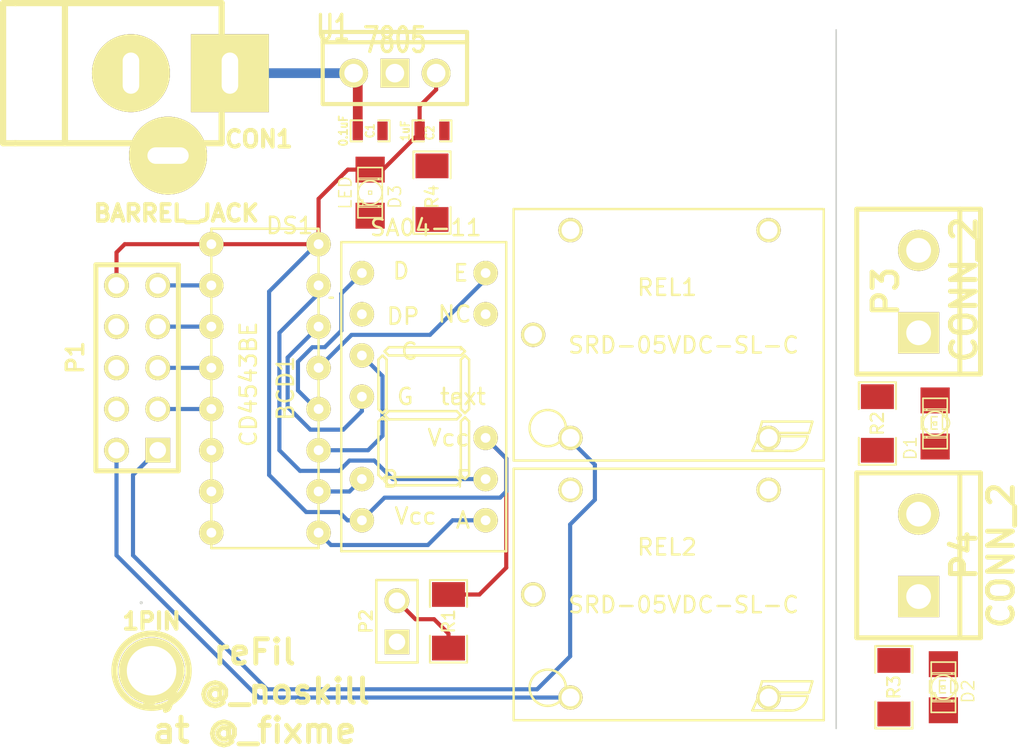
<source format=kicad_pcb>
(kicad_pcb (version 3) (host pcbnew "(2013-may-18)-stable")

  (general
    (links 51)
    (no_connects 27)
    (area 30.397499 24.301499 93.7704 73.31)
    (thickness 1.6)
    (drawings 3)
    (tracks 92)
    (zones 0)
    (modules 20)
    (nets 23)
  )

  (page A3)
  (layers
    (15 F.Cu signal)
    (0 B.Cu signal)
    (16 B.Adhes user)
    (17 F.Adhes user)
    (18 B.Paste user)
    (19 F.Paste user)
    (20 B.SilkS user)
    (21 F.SilkS user)
    (22 B.Mask user)
    (23 F.Mask user)
    (24 Dwgs.User user)
    (25 Cmts.User user)
    (26 Eco1.User user)
    (27 Eco2.User user)
    (28 Edge.Cuts user)
  )

  (setup
    (last_trace_width 0.254)
    (trace_clearance 0.254)
    (zone_clearance 0.508)
    (zone_45_only no)
    (trace_min 0.254)
    (segment_width 0.2)
    (edge_width 0.1)
    (via_size 0.889)
    (via_drill 0.635)
    (via_min_size 0.889)
    (via_min_drill 0.508)
    (uvia_size 0.508)
    (uvia_drill 0.127)
    (uvias_allowed no)
    (uvia_min_size 0.508)
    (uvia_min_drill 0.127)
    (pcb_text_width 0.3)
    (pcb_text_size 1.5 1.5)
    (mod_edge_width 0.15)
    (mod_text_size 1 1)
    (mod_text_width 0.15)
    (pad_size 1.5 1.5)
    (pad_drill 1.1)
    (pad_to_mask_clearance 0)
    (aux_axis_origin 32.258 26.289)
    (visible_elements FFFFFFBF)
    (pcbplotparams
      (layerselection 284196865)
      (usegerberextensions true)
      (excludeedgelayer true)
      (linewidth 0.150000)
      (plotframeref false)
      (viasonmask false)
      (mode 1)
      (useauxorigin false)
      (hpglpennumber 1)
      (hpglpenspeed 20)
      (hpglpendiameter 15)
      (hpglpenoverlay 2)
      (psnegative false)
      (psa4output false)
      (plotreference true)
      (plotvalue true)
      (plotothertext true)
      (plotinvisibletext false)
      (padsonsilk false)
      (subtractmaskfromsilk true)
      (outputformat 1)
      (mirror false)
      (drillshape 0)
      (scaleselection 1)
      (outputdirectory export/))
  )

  (net 0 "")
  (net 1 +24V)
  (net 2 +5V)
  (net 3 A)
  (net 4 B)
  (net 5 C)
  (net 6 D)
  (net 7 GND)
  (net 8 HEAT)
  (net 9 MOTOR)
  (net 10 N-0000010)
  (net 11 N-0000012)
  (net 12 N-0000014)
  (net 13 N-0000015)
  (net 14 N-0000016)
  (net 15 N-0000017)
  (net 16 N-0000018)
  (net 17 N-0000019)
  (net 18 N-0000020)
  (net 19 N-0000023)
  (net 20 N-000006)
  (net 21 N-000007)
  (net 22 TEMP)

  (net_class Default "This is the default net class."
    (clearance 0.254)
    (trace_width 0.254)
    (via_dia 0.889)
    (via_drill 0.635)
    (uvia_dia 0.508)
    (uvia_drill 0.127)
    (add_net "")
    (add_net +5V)
    (add_net A)
    (add_net B)
    (add_net C)
    (add_net D)
    (add_net GND)
    (add_net HEAT)
    (add_net MOTOR)
    (add_net N-0000012)
    (add_net N-0000014)
    (add_net N-0000015)
    (add_net N-0000016)
    (add_net N-0000017)
    (add_net N-0000018)
    (add_net N-0000019)
    (add_net N-0000020)
    (add_net N-0000023)
    (add_net N-000006)
    (add_net TEMP)
  )

  (net_class PWR ""
    (clearance 0.4)
    (trace_width 0.6)
    (via_dia 0.889)
    (via_drill 0.635)
    (uvia_dia 0.508)
    (uvia_drill 0.127)
    (add_net +24V)
    (add_net N-0000010)
    (add_net N-000007)
  )

  (module bornier2 (layer F.Cu) (tedit 57520FE8) (tstamp 576FDC60)
    (at 87.376 58.928 90)
    (descr "Bornier d'alimentation 2 pins")
    (tags DEV)
    (path /5738A2B7)
    (fp_text reference P4 (at 0 2.794 90) (layer F.SilkS)
      (effects (font (size 1.524 1.524) (thickness 0.3048)))
    )
    (fp_text value CONN_2 (at 0 5.08 90) (layer F.SilkS)
      (effects (font (size 1.524 1.524) (thickness 0.3048)))
    )
    (fp_line (start 5.08 2.54) (end -5.08 2.54) (layer F.SilkS) (width 0.3048))
    (fp_line (start 5.08 3.81) (end 5.08 -3.81) (layer F.SilkS) (width 0.3048))
    (fp_line (start 5.08 -3.81) (end -5.08 -3.81) (layer F.SilkS) (width 0.3048))
    (fp_line (start -5.08 -3.81) (end -5.08 3.81) (layer F.SilkS) (width 0.3048))
    (fp_line (start -5.08 3.81) (end 5.08 3.81) (layer F.SilkS) (width 0.3048))
    (pad 1 thru_hole rect (at -2.54 0 90) (size 2.54 2.54) (drill 1.524)
      (layers *.Cu *.Mask F.SilkS)
      (net 21 N-000007)
    )
    (pad 2 thru_hole circle (at 2.54 0 90) (size 2.54 2.54) (drill 1.524)
      (layers *.Cu *.Mask F.SilkS)
      (net 1 +24V)
    )
    (model device/bornier_2.wrl
      (at (xyz 0 0 0))
      (scale (xyz 1 1 1))
      (rotate (xyz 0 0 0))
    )
  )

  (module PIN_ARRAY_5x2 (layer F.Cu) (tedit 3FCF2109) (tstamp 576FDAFA)
    (at 39.243 47.371 90)
    (descr "Double rangee de contacts 2 x 5 pins")
    (tags CONN)
    (path /5745C89B)
    (fp_text reference P1 (at 0.635 -3.81 90) (layer F.SilkS)
      (effects (font (size 1.016 1.016) (thickness 0.2032)))
    )
    (fp_text value CONN_5X2 (at 0 -3.81 90) (layer F.SilkS) hide
      (effects (font (size 1.016 1.016) (thickness 0.2032)))
    )
    (fp_line (start -6.35 -2.54) (end 6.35 -2.54) (layer F.SilkS) (width 0.3048))
    (fp_line (start 6.35 -2.54) (end 6.35 2.54) (layer F.SilkS) (width 0.3048))
    (fp_line (start 6.35 2.54) (end -6.35 2.54) (layer F.SilkS) (width 0.3048))
    (fp_line (start -6.35 2.54) (end -6.35 -2.54) (layer F.SilkS) (width 0.3048))
    (pad 1 thru_hole rect (at -5.08 1.27 90) (size 1.524 1.524) (drill 1.016)
      (layers *.Cu *.Mask F.SilkS)
      (net 8 HEAT)
    )
    (pad 2 thru_hole circle (at -5.08 -1.27 90) (size 1.524 1.524) (drill 1.016)
      (layers *.Cu *.Mask F.SilkS)
      (net 9 MOTOR)
    )
    (pad 3 thru_hole circle (at -2.54 1.27 90) (size 1.524 1.524) (drill 1.016)
      (layers *.Cu *.Mask F.SilkS)
      (net 3 A)
    )
    (pad 4 thru_hole circle (at -2.54 -1.27 90) (size 1.524 1.524) (drill 1.016)
      (layers *.Cu *.Mask F.SilkS)
      (net 22 TEMP)
    )
    (pad 5 thru_hole circle (at 0 1.27 90) (size 1.524 1.524) (drill 1.016)
      (layers *.Cu *.Mask F.SilkS)
      (net 6 D)
    )
    (pad 6 thru_hole circle (at 0 -1.27 90) (size 1.524 1.524) (drill 1.016)
      (layers *.Cu *.Mask F.SilkS)
    )
    (pad 7 thru_hole circle (at 2.54 1.27 90) (size 1.524 1.524) (drill 1.016)
      (layers *.Cu *.Mask F.SilkS)
      (net 4 B)
    )
    (pad 8 thru_hole circle (at 2.54 -1.27 90) (size 1.524 1.524) (drill 1.016)
      (layers *.Cu *.Mask F.SilkS)
      (net 7 GND)
    )
    (pad 9 thru_hole circle (at 5.08 1.27 90) (size 1.524 1.524) (drill 1.016)
      (layers *.Cu *.Mask F.SilkS)
      (net 5 C)
    )
    (pad 10 thru_hole circle (at 5.08 -1.27 90) (size 1.524 1.524) (drill 1.016)
      (layers *.Cu *.Mask F.SilkS)
      (net 2 +5V)
    )
    (model pin_array/pins_array_5x2.wrl
      (at (xyz 0 0 0))
      (scale (xyz 1 1 1))
      (rotate (xyz 0 0 0))
    )
  )

  (module bornier2 (layer F.Cu) (tedit 5773A8D1) (tstamp 576FDC6C)
    (at 87.376 42.672 90)
    (descr "Bornier d'alimentation 2 pins")
    (tags DEV)
    (path /57389704)
    (fp_text reference P3 (at 0 -2.032 90) (layer F.SilkS)
      (effects (font (size 1.524 1.524) (thickness 0.3048)))
    )
    (fp_text value CONN_2 (at 0.127 2.794 90) (layer F.SilkS)
      (effects (font (size 1.524 1.524) (thickness 0.3048)))
    )
    (fp_line (start 5.08 2.54) (end -5.08 2.54) (layer F.SilkS) (width 0.3048))
    (fp_line (start 5.08 3.81) (end 5.08 -3.81) (layer F.SilkS) (width 0.3048))
    (fp_line (start 5.08 -3.81) (end -5.08 -3.81) (layer F.SilkS) (width 0.3048))
    (fp_line (start -5.08 -3.81) (end -5.08 3.81) (layer F.SilkS) (width 0.3048))
    (fp_line (start -5.08 3.81) (end 5.08 3.81) (layer F.SilkS) (width 0.3048))
    (pad 1 thru_hole rect (at -2.54 0 90) (size 2.54 2.54) (drill 1.524)
      (layers *.Cu *.Mask F.SilkS)
      (net 10 N-0000010)
    )
    (pad 2 thru_hole circle (at 2.54 0 90) (size 2.54 2.54) (drill 1.524)
      (layers *.Cu *.Mask F.SilkS)
      (net 1 +24V)
    )
    (model device/bornier_2.wrl
      (at (xyz 0 0 0))
      (scale (xyz 1 1 1))
      (rotate (xyz 0 0 0))
    )
  )

  (module SA03-11 (layer F.Cu) (tedit 575176EA) (tstamp 57517F1A)
    (at 56.896 49.149 180)
    (path /574C347F)
    (fp_text reference DS1 (at 8.255 10.541 180) (layer F.SilkS)
      (effects (font (size 1 1) (thickness 0.15)))
    )
    (fp_text value SA04-11 (at -0.127 10.414 180) (layer F.SilkS)
      (effects (font (size 1 1) (thickness 0.15)))
    )
    (fp_text user Vcc (at 0.508 -7.366 180) (layer F.SilkS)
      (effects (font (size 1 1) (thickness 0.15)))
    )
    (fp_text user B (at 2.032 -5.08 180) (layer F.SilkS)
      (effects (font (size 1 1) (thickness 0.15)))
    )
    (fp_text user G (at 1.143 0 180) (layer F.SilkS)
      (effects (font (size 1 1) (thickness 0.15)))
    )
    (fp_text user C (at 0.889 2.794 180) (layer F.SilkS)
      (effects (font (size 1 1) (thickness 0.15)))
    )
    (fp_text user DP (at 1.27 4.953 180) (layer F.SilkS)
      (effects (font (size 1 1) (thickness 0.15)))
    )
    (fp_text user D (at 1.397 7.747 180) (layer F.SilkS)
      (effects (font (size 1 1) (thickness 0.15)))
    )
    (fp_text user E (at -2.286 7.62 180) (layer F.SilkS)
      (effects (font (size 1 1) (thickness 0.15)))
    )
    (fp_text user NC (at -1.905 5.08 180) (layer F.SilkS)
      (effects (font (size 1 1) (thickness 0.15)))
    )
    (fp_text user text (at -2.413 0 180) (layer F.SilkS)
      (effects (font (size 1 1) (thickness 0.15)))
    )
    (fp_text user Vcc (at -1.524 -2.54 180) (layer F.SilkS)
      (effects (font (size 1 1) (thickness 0.15)))
    )
    (fp_text user F (at -2.413 -5.08 180) (layer F.SilkS)
      (effects (font (size 1 1) (thickness 0.15)))
    )
    (fp_text user A (at -2.413 -7.62 180) (layer F.SilkS)
      (effects (font (size 1 1) (thickness 0.15)))
    )
    (fp_line (start -2.54 -1.27) (end -2.286 -1.524) (layer F.SilkS) (width 0.15))
    (fp_line (start -2.286 -1.524) (end -2.286 -4.826) (layer F.SilkS) (width 0.15))
    (fp_line (start -2.286 -4.826) (end -2.54 -5.08) (layer F.SilkS) (width 0.15))
    (fp_line (start -2.54 -5.08) (end -2.794 -4.826) (layer F.SilkS) (width 0.15))
    (fp_line (start -2.794 -4.826) (end -2.794 -1.524) (layer F.SilkS) (width 0.15))
    (fp_line (start -2.794 -1.524) (end -2.54 -1.27) (layer F.SilkS) (width 0.15))
    (fp_line (start 2.413 -5.207) (end 2.159 -4.953) (layer F.SilkS) (width 0.15))
    (fp_line (start 2.159 -4.953) (end -2.032 -4.953) (layer F.SilkS) (width 0.15))
    (fp_line (start -2.032 -4.953) (end -2.286 -5.207) (layer F.SilkS) (width 0.15))
    (fp_line (start -2.286 -5.207) (end -2.032 -5.461) (layer F.SilkS) (width 0.15))
    (fp_line (start -2.032 -5.461) (end 2.159 -5.461) (layer F.SilkS) (width 0.15))
    (fp_line (start 2.159 -5.461) (end 2.413 -5.207) (layer F.SilkS) (width 0.15))
    (fp_line (start 2.54 -1.27) (end 2.286 -1.524) (layer F.SilkS) (width 0.15))
    (fp_line (start 2.286 -1.524) (end 2.286 -4.826) (layer F.SilkS) (width 0.15))
    (fp_line (start 2.286 -4.826) (end 2.54 -5.08) (layer F.SilkS) (width 0.15))
    (fp_line (start 2.54 -5.08) (end 2.794 -4.826) (layer F.SilkS) (width 0.15))
    (fp_line (start 2.794 -4.826) (end 2.794 -1.524) (layer F.SilkS) (width 0.15))
    (fp_line (start 2.794 -1.524) (end 2.54 -1.27) (layer F.SilkS) (width 0.15))
    (fp_line (start 2.54 -1.27) (end 2.54 -1.397) (layer F.SilkS) (width 0.15))
    (fp_line (start 2.413 -1.143) (end 2.159 -0.889) (layer F.SilkS) (width 0.15))
    (fp_line (start 2.159 -0.889) (end -2.032 -0.889) (layer F.SilkS) (width 0.15))
    (fp_line (start -2.032 -0.889) (end -2.286 -1.143) (layer F.SilkS) (width 0.15))
    (fp_line (start -2.286 -1.143) (end -2.032 -1.397) (layer F.SilkS) (width 0.15))
    (fp_line (start -2.032 -1.397) (end 2.159 -1.397) (layer F.SilkS) (width 0.15))
    (fp_line (start 2.159 -1.397) (end 2.413 -1.143) (layer F.SilkS) (width 0.15))
    (fp_line (start 2.54 2.54) (end 2.286 2.286) (layer F.SilkS) (width 0.15))
    (fp_line (start 2.286 2.286) (end 2.286 -0.762) (layer F.SilkS) (width 0.15))
    (fp_line (start 2.286 -0.762) (end 2.54 -1.016) (layer F.SilkS) (width 0.15))
    (fp_line (start 2.54 -1.016) (end 2.794 -0.762) (layer F.SilkS) (width 0.15))
    (fp_line (start 2.794 -0.762) (end 2.794 2.286) (layer F.SilkS) (width 0.15))
    (fp_line (start 2.794 2.286) (end 2.54 2.54) (layer F.SilkS) (width 0.15))
    (fp_line (start -2.286 2.286) (end -2.286 -0.762) (layer F.SilkS) (width 0.15))
    (fp_line (start -2.286 -0.762) (end -2.54 -1.016) (layer F.SilkS) (width 0.15))
    (fp_line (start -2.54 -1.016) (end -2.794 -0.762) (layer F.SilkS) (width 0.15))
    (fp_line (start -2.794 -0.762) (end -2.794 2.286) (layer F.SilkS) (width 0.15))
    (fp_line (start -2.794 2.286) (end -2.54 2.54) (layer F.SilkS) (width 0.15))
    (fp_line (start -2.54 2.54) (end -2.286 2.286) (layer F.SilkS) (width 0.15))
    (fp_line (start -2.286 3.048) (end -2.54 2.794) (layer F.SilkS) (width 0.15))
    (fp_line (start -2.54 2.794) (end -2.286 2.54) (layer F.SilkS) (width 0.15))
    (fp_line (start -2.286 2.54) (end 2.159 2.54) (layer F.SilkS) (width 0.15))
    (fp_line (start 2.159 2.54) (end 2.413 2.794) (layer F.SilkS) (width 0.15))
    (fp_line (start 2.413 2.794) (end 2.159 3.048) (layer F.SilkS) (width 0.15))
    (fp_line (start 2.159 3.048) (end -2.286 3.048) (layer F.SilkS) (width 0.15))
    (fp_line (start -2.286 3.048) (end -2.286 2.921) (layer F.SilkS) (width 0.15))
    (fp_line (start -5.08 9.525) (end 5.08 9.525) (layer F.SilkS) (width 0.15))
    (fp_line (start 5.08 9.525) (end 5.08 -9.525) (layer F.SilkS) (width 0.15))
    (fp_line (start 5.08 -9.525) (end -5.08 -9.525) (layer F.SilkS) (width 0.15))
    (fp_line (start -5.08 9.525) (end -5.08 -9.525) (layer F.SilkS) (width 0.15))
    (fp_line (start 5.6 6.1) (end 5.8 6.1) (layer F.SilkS) (width 0.15))
    (pad 6 thru_hole circle (at -3.81 5.08 180) (size 1.5 1.5) (drill 0.6)
      (layers *.Cu *.Mask F.SilkS)
    )
    (pad 7 thru_hole circle (at -3.81 7.62 180) (size 1.5 1.5) (drill 0.6)
      (layers *.Cu *.Mask F.SilkS)
      (net 13 N-0000015)
    )
    (pad 3 thru_hole circle (at -3.81 -2.54 180) (size 1.5 1.5) (drill 0.6)
      (layers *.Cu *.Mask F.SilkS)
      (net 2 +5V)
    )
    (pad 2 thru_hole circle (at -3.81 -5.08 180) (size 1.5 1.5) (drill 0.6)
      (layers *.Cu *.Mask F.SilkS)
      (net 12 N-0000014)
    )
    (pad 1 thru_hole circle (at -3.81 -7.62 180) (size 1.5 1.5) (drill 0.6)
      (layers *.Cu *.Mask F.SilkS)
      (net 17 N-0000019)
    )
    (pad 14 thru_hole circle (at 3.81 -7.62 180) (size 1.5 1.5) (drill 0.6)
      (layers *.Cu *.Mask F.SilkS)
      (net 2 +5V)
    )
    (pad 13 thru_hole circle (at 3.81 -5.08 180) (size 1.5 1.5) (drill 0.6)
      (layers *.Cu *.Mask F.SilkS)
      (net 16 N-0000018)
    )
    (pad 11 thru_hole circle (at 3.81 0 180) (size 1.5 1.5) (drill 0.6)
      (layers *.Cu *.Mask F.SilkS)
      (net 11 N-0000012)
    )
    (pad 10 thru_hole circle (at 3.81 2.54 180) (size 1.5 1.5) (drill 0.6)
      (layers *.Cu *.Mask F.SilkS)
      (net 15 N-0000017)
    )
    (pad 9 thru_hole circle (at 3.81 5.08 180) (size 1.5 1.5) (drill 0.6)
      (layers *.Cu *.Mask F.SilkS)
    )
    (pad 8 thru_hole circle (at 3.81 7.62 180) (size 1.5 1.5) (drill 0.6)
      (layers *.Cu *.Mask F.SilkS)
      (net 14 N-0000016)
    )
  )

  (module PIN_ARRAY_2X1 (layer F.Cu) (tedit 4565C520) (tstamp 575052AE)
    (at 55.245 62.992 90)
    (descr "Connecteurs 2 pins")
    (tags "CONN DEV")
    (path /5738678F)
    (fp_text reference P2 (at 0 -1.905 90) (layer F.SilkS)
      (effects (font (size 0.762 0.762) (thickness 0.1524)))
    )
    (fp_text value CONN_2 (at 0 -1.905 90) (layer F.SilkS) hide
      (effects (font (size 0.762 0.762) (thickness 0.1524)))
    )
    (fp_line (start -2.54 1.27) (end -2.54 -1.27) (layer F.SilkS) (width 0.1524))
    (fp_line (start -2.54 -1.27) (end 2.54 -1.27) (layer F.SilkS) (width 0.1524))
    (fp_line (start 2.54 -1.27) (end 2.54 1.27) (layer F.SilkS) (width 0.1524))
    (fp_line (start 2.54 1.27) (end -2.54 1.27) (layer F.SilkS) (width 0.1524))
    (pad 1 thru_hole rect (at -1.27 0 90) (size 1.524 1.524) (drill 1.016)
      (layers *.Cu *.Mask F.SilkS)
      (net 7 GND)
    )
    (pad 2 thru_hole circle (at 1.27 0 90) (size 1.524 1.524) (drill 1.016)
      (layers *.Cu *.Mask F.SilkS)
      (net 22 TEMP)
    )
    (model pin_array/pins_array_2x1.wrl
      (at (xyz 0 0 0))
      (scale (xyz 1 1 1))
      (rotate (xyz 0 0 0))
    )
  )

  (module LM78XXV (layer F.Cu) (tedit 57521015) (tstamp 5752106D)
    (at 55.118 29.21 90)
    (descr "Regulateur TO220 serie LM78xx")
    (tags "TR TO220")
    (path /573C64CB)
    (fp_text reference U1 (at 2.794 -3.81 180) (layer F.SilkS)
      (effects (font (size 1.524 1.016) (thickness 0.2032)))
    )
    (fp_text value 7805 (at 2.032 0 180) (layer F.SilkS)
      (effects (font (size 1.524 1.016) (thickness 0.2032)))
    )
    (fp_line (start 1.905 -4.445) (end 2.54 -4.445) (layer F.SilkS) (width 0.254))
    (fp_line (start 2.54 -4.445) (end 2.54 4.445) (layer F.SilkS) (width 0.254))
    (fp_line (start 2.54 4.445) (end 1.905 4.445) (layer F.SilkS) (width 0.254))
    (fp_line (start -1.905 -4.445) (end 1.905 -4.445) (layer F.SilkS) (width 0.254))
    (fp_line (start 1.905 -4.445) (end 1.905 4.445) (layer F.SilkS) (width 0.254))
    (fp_line (start 1.905 4.445) (end -1.905 4.445) (layer F.SilkS) (width 0.254))
    (fp_line (start -1.905 4.445) (end -1.905 -4.445) (layer F.SilkS) (width 0.254))
    (pad VI thru_hole circle (at 0 -2.54 90) (size 1.778 1.778) (drill 1.143)
      (layers *.Cu *.Mask F.SilkS)
      (net 1 +24V)
    )
    (pad GND thru_hole rect (at 0 0 90) (size 1.778 1.778) (drill 1.143)
      (layers *.Cu *.Mask F.SilkS)
      (net 7 GND)
    )
    (pad VO thru_hole circle (at 0 2.54 90) (size 1.778 1.778) (drill 1.143)
      (layers *.Cu *.Mask F.SilkS)
      (net 2 +5V)
    )
  )

  (module JACK_ALIM (layer F.Cu) (tedit 57713913) (tstamp 575026CE)
    (at 38.862 29.21)
    (descr "module 1 pin (ou trou mecanique de percage)")
    (tags "CONN JACK")
    (path /573C64BC)
    (fp_text reference CON1 (at 7.874 4.064) (layer F.SilkS)
      (effects (font (size 1.016 1.016) (thickness 0.254)))
    )
    (fp_text value BARREL_JACK (at 2.794 8.636) (layer F.SilkS)
      (effects (font (size 1.016 1.016) (thickness 0.254)))
    )
    (fp_line (start -7.112 -4.318) (end -7.874 -4.318) (layer F.SilkS) (width 0.381))
    (fp_line (start -7.874 -4.318) (end -7.874 4.318) (layer F.SilkS) (width 0.381))
    (fp_line (start -7.874 4.318) (end -7.112 4.318) (layer F.SilkS) (width 0.381))
    (fp_line (start -4.064 -4.318) (end -4.064 4.318) (layer F.SilkS) (width 0.381))
    (fp_line (start 5.588 -4.318) (end 5.588 4.318) (layer F.SilkS) (width 0.381))
    (fp_line (start -7.112 4.318) (end 5.588 4.318) (layer F.SilkS) (width 0.381))
    (fp_line (start -7.112 -4.318) (end 5.588 -4.318) (layer F.SilkS) (width 0.381))
    (pad 2 thru_hole circle (at 0 0) (size 4.8006 4.8006) (drill oval 1.016 2.54)
      (layers *.Cu *.Mask F.SilkS)
      (net 7 GND)
    )
    (pad 1 thru_hole rect (at 6.096 0) (size 4.8006 4.8006) (drill oval 1.016 2.54)
      (layers *.Cu *.Mask F.SilkS)
      (net 1 +24V)
    )
    (pad 3 thru_hole circle (at 2.286 5.08) (size 4.8006 4.8006) (drill oval 2.54 1.016)
      (layers *.Cu *.Mask F.SilkS)
      (net 7 GND)
    )
    (model connectors/POWER_21.wrl
      (at (xyz 0 0 0))
      (scale (xyz 0.8 0.8 0.8))
      (rotate (xyz 0 0 0))
    )
  )

  (module CD4543BE (layer F.Cu) (tedit 57517396) (tstamp 574C4AB8)
    (at 47.117 48.641 270)
    (path /57385905)
    (fp_text reference BCD1 (at 0 -1.27 270) (layer F.SilkS)
      (effects (font (size 1 1) (thickness 0.15)))
    )
    (fp_text value CD4543BE (at -0.254 1.016 270) (layer F.SilkS)
      (effects (font (size 1 1) (thickness 0.15)))
    )
    (fp_line (start -9.8425 -3.302) (end -9.8425 3.302) (layer F.SilkS) (width 0.15))
    (fp_line (start -9.8425 3.302) (end 9.8425 3.302) (layer F.SilkS) (width 0.15))
    (fp_line (start 9.8425 3.302) (end 9.8425 -3.302) (layer F.SilkS) (width 0.15))
    (fp_line (start 9.8425 -3.302) (end -9.779 -3.302) (layer F.SilkS) (width 0.15))
    (pad 1 thru_hole circle (at -8.89 3.302 270) (size 1.5 1.5) (drill 0.6)
      (layers *.Cu *.Mask F.SilkS)
      (net 2 +5V)
    )
    (pad 2 thru_hole circle (at -6.35 3.302 270) (size 1.5 1.5) (drill 0.6)
      (layers *.Cu *.Mask F.SilkS)
      (net 5 C)
    )
    (pad 3 thru_hole circle (at -3.81 3.302 270) (size 1.5 1.5) (drill 0.6)
      (layers *.Cu *.Mask F.SilkS)
      (net 4 B)
    )
    (pad 4 thru_hole circle (at -1.27 3.302 270) (size 1.5 1.5) (drill 0.6)
      (layers *.Cu *.Mask F.SilkS)
      (net 6 D)
    )
    (pad 5 thru_hole circle (at 1.27 3.302 270) (size 1.5 1.5) (drill 0.6)
      (layers *.Cu *.Mask F.SilkS)
      (net 3 A)
    )
    (pad 7 thru_hole circle (at 6.35 3.302 270) (size 1.5 1.5) (drill 0.6)
      (layers *.Cu *.Mask F.SilkS)
      (net 7 GND)
    )
    (pad 8 thru_hole circle (at 8.89 3.302 270) (size 1.5 1.5) (drill 0.6)
      (layers *.Cu *.Mask F.SilkS)
      (net 7 GND)
    )
    (pad 9 thru_hole circle (at 8.89 -3.302 270) (size 1.5 1.5) (drill 0.6)
      (layers *.Cu *.Mask F.SilkS)
      (net 17 N-0000019)
    )
    (pad 10 thru_hole circle (at 6.35 -3.302 270) (size 1.5 1.5) (drill 0.6)
      (layers *.Cu *.Mask F.SilkS)
      (net 16 N-0000018)
    )
    (pad 11 thru_hole circle (at 3.81 -3.302 270) (size 1.5 1.5) (drill 0.6)
      (layers *.Cu *.Mask F.SilkS)
      (net 15 N-0000017)
    )
    (pad 12 thru_hole circle (at 1.27 -3.302 270) (size 1.5 1.5) (drill 0.6)
      (layers *.Cu *.Mask F.SilkS)
      (net 14 N-0000016)
    )
    (pad 13 thru_hole circle (at -1.27 -3.302 270) (size 1.5 1.5) (drill 0.6)
      (layers *.Cu *.Mask F.SilkS)
      (net 13 N-0000015)
    )
    (pad 14 thru_hole circle (at -3.81 -3.302 270) (size 1.5 1.5) (drill 0.6)
      (layers *.Cu *.Mask F.SilkS)
      (net 11 N-0000012)
    )
    (pad 15 thru_hole circle (at -6.35 -3.302 270) (size 1.5 1.5) (drill 0.6)
      (layers *.Cu *.Mask F.SilkS)
      (net 12 N-0000014)
    )
    (pad 16 thru_hole circle (at -8.89 -3.302 270) (size 1.5 1.5) (drill 0.6)
      (layers *.Cu *.Mask F.SilkS)
      (net 2 +5V)
    )
    (pad 6 thru_hole circle (at 3.81 3.302 270) (size 1.5 1.5) (drill 0.6)
      (layers *.Cu *.Mask F.SilkS)
    )
  )

  (module SM1206 (layer F.Cu) (tedit 5773A7B7) (tstamp 5751840F)
    (at 84.836 50.8 90)
    (path /574F63F0)
    (attr smd)
    (fp_text reference R2 (at 0 0 90) (layer F.SilkS)
      (effects (font (size 0.762 0.762) (thickness 0.127)))
    )
    (fp_text value 18k (at 0 0 90) (layer F.SilkS) hide
      (effects (font (size 0.762 0.762) (thickness 0.127)))
    )
    (fp_line (start -2.54 -1.143) (end -2.54 1.143) (layer F.SilkS) (width 0.127))
    (fp_line (start -2.54 1.143) (end -0.889 1.143) (layer F.SilkS) (width 0.127))
    (fp_line (start 0.889 -1.143) (end 2.54 -1.143) (layer F.SilkS) (width 0.127))
    (fp_line (start 2.54 -1.143) (end 2.54 1.143) (layer F.SilkS) (width 0.127))
    (fp_line (start 2.54 1.143) (end 0.889 1.143) (layer F.SilkS) (width 0.127))
    (fp_line (start -0.889 -1.143) (end -2.54 -1.143) (layer F.SilkS) (width 0.127))
    (pad 1 smd rect (at -1.651 0 90) (size 1.524 2.032)
      (layers F.Cu F.Paste F.Mask)
      (net 20 N-000006)
    )
    (pad 2 smd rect (at 1.651 0 90) (size 1.524 2.032)
      (layers F.Cu F.Paste F.Mask)
      (net 7 GND)
    )
    (model smd/chip_cms.wrl
      (at (xyz 0 0 0))
      (scale (xyz 0.17 0.16 0.16))
      (rotate (xyz 0 0 0))
    )
  )

  (module SM1206 (layer F.Cu) (tedit 57516DDC) (tstamp 576FDCA4)
    (at 85.852 67.056 90)
    (path /575002A7)
    (attr smd)
    (fp_text reference R3 (at 0 0 90) (layer F.SilkS)
      (effects (font (size 0.762 0.762) (thickness 0.127)))
    )
    (fp_text value 18k (at 0 0 90) (layer F.SilkS) hide
      (effects (font (size 0.762 0.762) (thickness 0.127)))
    )
    (fp_line (start -2.54 -1.143) (end -2.54 1.143) (layer F.SilkS) (width 0.127))
    (fp_line (start -2.54 1.143) (end -0.889 1.143) (layer F.SilkS) (width 0.127))
    (fp_line (start 0.889 -1.143) (end 2.54 -1.143) (layer F.SilkS) (width 0.127))
    (fp_line (start 2.54 -1.143) (end 2.54 1.143) (layer F.SilkS) (width 0.127))
    (fp_line (start 2.54 1.143) (end 0.889 1.143) (layer F.SilkS) (width 0.127))
    (fp_line (start -0.889 -1.143) (end -2.54 -1.143) (layer F.SilkS) (width 0.127))
    (pad 1 smd rect (at -1.651 0 90) (size 1.524 2.032)
      (layers F.Cu F.Paste F.Mask)
      (net 18 N-0000020)
    )
    (pad 2 smd rect (at 1.651 0 90) (size 1.524 2.032)
      (layers F.Cu F.Paste F.Mask)
      (net 7 GND)
    )
    (model smd/chip_cms.wrl
      (at (xyz 0 0 0))
      (scale (xyz 0.17 0.16 0.16))
      (rotate (xyz 0 0 0))
    )
  )

  (module SM1206 (layer F.Cu) (tedit 5751755B) (tstamp 57518402)
    (at 57.404 36.576 90)
    (path /575002BF)
    (attr smd)
    (fp_text reference R4 (at -0.254 0 90) (layer F.SilkS)
      (effects (font (size 0.762 0.762) (thickness 0.127)))
    )
    (fp_text value 18k (at 0 0 90) (layer F.SilkS) hide
      (effects (font (size 0.762 0.762) (thickness 0.127)))
    )
    (fp_line (start -2.54 -1.143) (end -2.54 1.143) (layer F.SilkS) (width 0.127))
    (fp_line (start -2.54 1.143) (end -0.889 1.143) (layer F.SilkS) (width 0.127))
    (fp_line (start 0.889 -1.143) (end 2.54 -1.143) (layer F.SilkS) (width 0.127))
    (fp_line (start 2.54 -1.143) (end 2.54 1.143) (layer F.SilkS) (width 0.127))
    (fp_line (start 2.54 1.143) (end 0.889 1.143) (layer F.SilkS) (width 0.127))
    (fp_line (start -0.889 -1.143) (end -2.54 -1.143) (layer F.SilkS) (width 0.127))
    (pad 1 smd rect (at -1.651 0 90) (size 1.524 2.032)
      (layers F.Cu F.Paste F.Mask)
      (net 19 N-0000023)
    )
    (pad 2 smd rect (at 1.651 0 90) (size 1.524 2.032)
      (layers F.Cu F.Paste F.Mask)
      (net 7 GND)
    )
    (model smd/chip_cms.wrl
      (at (xyz 0 0 0))
      (scale (xyz 0.17 0.16 0.16))
      (rotate (xyz 0 0 0))
    )
  )

  (module LED-1206 (layer F.Cu) (tedit 5773A8DA) (tstamp 575210FD)
    (at 88.392 50.8 90)
    (descr "LED 1206 smd package")
    (tags "LED1206 SMD")
    (path /574F63E1)
    (attr smd)
    (fp_text reference D1 (at -1.524 -1.524 90) (layer F.SilkS)
      (effects (font (size 0.762 0.762) (thickness 0.0889)))
    )
    (fp_text value LED (at 0 0 180) (layer F.SilkS)
      (effects (font (size 0.762 0.762) (thickness 0.0889)))
    )
    (fp_line (start -0.09906 0.09906) (end 0.09906 0.09906) (layer F.SilkS) (width 0.06604))
    (fp_line (start 0.09906 0.09906) (end 0.09906 -0.09906) (layer F.SilkS) (width 0.06604))
    (fp_line (start -0.09906 -0.09906) (end 0.09906 -0.09906) (layer F.SilkS) (width 0.06604))
    (fp_line (start -0.09906 0.09906) (end -0.09906 -0.09906) (layer F.SilkS) (width 0.06604))
    (fp_line (start 0.44958 0.6985) (end 0.79756 0.6985) (layer F.SilkS) (width 0.06604))
    (fp_line (start 0.79756 0.6985) (end 0.79756 0.44958) (layer F.SilkS) (width 0.06604))
    (fp_line (start 0.44958 0.44958) (end 0.79756 0.44958) (layer F.SilkS) (width 0.06604))
    (fp_line (start 0.44958 0.6985) (end 0.44958 0.44958) (layer F.SilkS) (width 0.06604))
    (fp_line (start 0.79756 0.6985) (end 0.89916 0.6985) (layer F.SilkS) (width 0.06604))
    (fp_line (start 0.89916 0.6985) (end 0.89916 -0.49784) (layer F.SilkS) (width 0.06604))
    (fp_line (start 0.79756 -0.49784) (end 0.89916 -0.49784) (layer F.SilkS) (width 0.06604))
    (fp_line (start 0.79756 0.6985) (end 0.79756 -0.49784) (layer F.SilkS) (width 0.06604))
    (fp_line (start 0.79756 -0.54864) (end 0.89916 -0.54864) (layer F.SilkS) (width 0.06604))
    (fp_line (start 0.89916 -0.54864) (end 0.89916 -0.6985) (layer F.SilkS) (width 0.06604))
    (fp_line (start 0.79756 -0.6985) (end 0.89916 -0.6985) (layer F.SilkS) (width 0.06604))
    (fp_line (start 0.79756 -0.54864) (end 0.79756 -0.6985) (layer F.SilkS) (width 0.06604))
    (fp_line (start -0.89916 0.6985) (end -0.79756 0.6985) (layer F.SilkS) (width 0.06604))
    (fp_line (start -0.79756 0.6985) (end -0.79756 -0.49784) (layer F.SilkS) (width 0.06604))
    (fp_line (start -0.89916 -0.49784) (end -0.79756 -0.49784) (layer F.SilkS) (width 0.06604))
    (fp_line (start -0.89916 0.6985) (end -0.89916 -0.49784) (layer F.SilkS) (width 0.06604))
    (fp_line (start -0.89916 -0.54864) (end -0.79756 -0.54864) (layer F.SilkS) (width 0.06604))
    (fp_line (start -0.79756 -0.54864) (end -0.79756 -0.6985) (layer F.SilkS) (width 0.06604))
    (fp_line (start -0.89916 -0.6985) (end -0.79756 -0.6985) (layer F.SilkS) (width 0.06604))
    (fp_line (start -0.89916 -0.54864) (end -0.89916 -0.6985) (layer F.SilkS) (width 0.06604))
    (fp_line (start 0.44958 0.6985) (end 0.59944 0.6985) (layer F.SilkS) (width 0.06604))
    (fp_line (start 0.59944 0.6985) (end 0.59944 0.44958) (layer F.SilkS) (width 0.06604))
    (fp_line (start 0.44958 0.44958) (end 0.59944 0.44958) (layer F.SilkS) (width 0.06604))
    (fp_line (start 0.44958 0.6985) (end 0.44958 0.44958) (layer F.SilkS) (width 0.06604))
    (fp_line (start 1.5494 0.7493) (end -1.5494 0.7493) (layer F.SilkS) (width 0.1016))
    (fp_line (start -1.5494 0.7493) (end -1.5494 -0.7493) (layer F.SilkS) (width 0.1016))
    (fp_line (start -1.5494 -0.7493) (end 1.5494 -0.7493) (layer F.SilkS) (width 0.1016))
    (fp_line (start 1.5494 -0.7493) (end 1.5494 0.7493) (layer F.SilkS) (width 0.1016))
    (fp_arc (start 0 0) (end 0.54864 0.49784) (angle 95.4) (layer F.SilkS) (width 0.1016))
    (fp_arc (start 0 0) (end -0.54864 0.49784) (angle 84.5) (layer F.SilkS) (width 0.1016))
    (fp_arc (start 0 0) (end -0.54864 -0.49784) (angle 95.4) (layer F.SilkS) (width 0.1016))
    (fp_arc (start 0 0) (end 0.54864 -0.49784) (angle 84.5) (layer F.SilkS) (width 0.1016))
    (pad 1 smd rect (at -1.41986 0 90) (size 1.59766 1.80086)
      (layers F.Cu F.Paste F.Mask)
      (net 8 HEAT)
    )
    (pad 2 smd rect (at 1.41986 0 90) (size 1.59766 1.80086)
      (layers F.Cu F.Paste F.Mask)
      (net 20 N-000006)
    )
  )

  (module LED-1206 (layer F.Cu) (tedit 5773A8BC) (tstamp 576FDC97)
    (at 88.9 67.056 270)
    (descr "LED 1206 smd package")
    (tags "LED1206 SMD")
    (path /575002A1)
    (attr smd)
    (fp_text reference D2 (at 0.254 -1.524 270) (layer F.SilkS)
      (effects (font (size 0.762 0.762) (thickness 0.0889)))
    )
    (fp_text value LED (at 0 0 360) (layer F.SilkS)
      (effects (font (size 0.762 0.762) (thickness 0.0889)))
    )
    (fp_line (start -0.09906 0.09906) (end 0.09906 0.09906) (layer F.SilkS) (width 0.06604))
    (fp_line (start 0.09906 0.09906) (end 0.09906 -0.09906) (layer F.SilkS) (width 0.06604))
    (fp_line (start -0.09906 -0.09906) (end 0.09906 -0.09906) (layer F.SilkS) (width 0.06604))
    (fp_line (start -0.09906 0.09906) (end -0.09906 -0.09906) (layer F.SilkS) (width 0.06604))
    (fp_line (start 0.44958 0.6985) (end 0.79756 0.6985) (layer F.SilkS) (width 0.06604))
    (fp_line (start 0.79756 0.6985) (end 0.79756 0.44958) (layer F.SilkS) (width 0.06604))
    (fp_line (start 0.44958 0.44958) (end 0.79756 0.44958) (layer F.SilkS) (width 0.06604))
    (fp_line (start 0.44958 0.6985) (end 0.44958 0.44958) (layer F.SilkS) (width 0.06604))
    (fp_line (start 0.79756 0.6985) (end 0.89916 0.6985) (layer F.SilkS) (width 0.06604))
    (fp_line (start 0.89916 0.6985) (end 0.89916 -0.49784) (layer F.SilkS) (width 0.06604))
    (fp_line (start 0.79756 -0.49784) (end 0.89916 -0.49784) (layer F.SilkS) (width 0.06604))
    (fp_line (start 0.79756 0.6985) (end 0.79756 -0.49784) (layer F.SilkS) (width 0.06604))
    (fp_line (start 0.79756 -0.54864) (end 0.89916 -0.54864) (layer F.SilkS) (width 0.06604))
    (fp_line (start 0.89916 -0.54864) (end 0.89916 -0.6985) (layer F.SilkS) (width 0.06604))
    (fp_line (start 0.79756 -0.6985) (end 0.89916 -0.6985) (layer F.SilkS) (width 0.06604))
    (fp_line (start 0.79756 -0.54864) (end 0.79756 -0.6985) (layer F.SilkS) (width 0.06604))
    (fp_line (start -0.89916 0.6985) (end -0.79756 0.6985) (layer F.SilkS) (width 0.06604))
    (fp_line (start -0.79756 0.6985) (end -0.79756 -0.49784) (layer F.SilkS) (width 0.06604))
    (fp_line (start -0.89916 -0.49784) (end -0.79756 -0.49784) (layer F.SilkS) (width 0.06604))
    (fp_line (start -0.89916 0.6985) (end -0.89916 -0.49784) (layer F.SilkS) (width 0.06604))
    (fp_line (start -0.89916 -0.54864) (end -0.79756 -0.54864) (layer F.SilkS) (width 0.06604))
    (fp_line (start -0.79756 -0.54864) (end -0.79756 -0.6985) (layer F.SilkS) (width 0.06604))
    (fp_line (start -0.89916 -0.6985) (end -0.79756 -0.6985) (layer F.SilkS) (width 0.06604))
    (fp_line (start -0.89916 -0.54864) (end -0.89916 -0.6985) (layer F.SilkS) (width 0.06604))
    (fp_line (start 0.44958 0.6985) (end 0.59944 0.6985) (layer F.SilkS) (width 0.06604))
    (fp_line (start 0.59944 0.6985) (end 0.59944 0.44958) (layer F.SilkS) (width 0.06604))
    (fp_line (start 0.44958 0.44958) (end 0.59944 0.44958) (layer F.SilkS) (width 0.06604))
    (fp_line (start 0.44958 0.6985) (end 0.44958 0.44958) (layer F.SilkS) (width 0.06604))
    (fp_line (start 1.5494 0.7493) (end -1.5494 0.7493) (layer F.SilkS) (width 0.1016))
    (fp_line (start -1.5494 0.7493) (end -1.5494 -0.7493) (layer F.SilkS) (width 0.1016))
    (fp_line (start -1.5494 -0.7493) (end 1.5494 -0.7493) (layer F.SilkS) (width 0.1016))
    (fp_line (start 1.5494 -0.7493) (end 1.5494 0.7493) (layer F.SilkS) (width 0.1016))
    (fp_arc (start 0 0) (end 0.54864 0.49784) (angle 95.4) (layer F.SilkS) (width 0.1016))
    (fp_arc (start 0 0) (end -0.54864 0.49784) (angle 84.5) (layer F.SilkS) (width 0.1016))
    (fp_arc (start 0 0) (end -0.54864 -0.49784) (angle 95.4) (layer F.SilkS) (width 0.1016))
    (fp_arc (start 0 0) (end 0.54864 -0.49784) (angle 84.5) (layer F.SilkS) (width 0.1016))
    (pad 1 smd rect (at -1.41986 0 270) (size 1.59766 1.80086)
      (layers F.Cu F.Paste F.Mask)
      (net 9 MOTOR)
    )
    (pad 2 smd rect (at 1.41986 0 270) (size 1.59766 1.80086)
      (layers F.Cu F.Paste F.Mask)
      (net 18 N-0000020)
    )
  )

  (module LED-1206 (layer F.Cu) (tedit 49BFA1FF) (tstamp 575183F5)
    (at 53.594 36.576 270)
    (descr "LED 1206 smd package")
    (tags "LED1206 SMD")
    (path /575002B9)
    (attr smd)
    (fp_text reference D3 (at 0.254 -1.524 270) (layer F.SilkS)
      (effects (font (size 0.762 0.762) (thickness 0.0889)))
    )
    (fp_text value LED (at 0 1.524 270) (layer F.SilkS)
      (effects (font (size 0.762 0.762) (thickness 0.0889)))
    )
    (fp_line (start -0.09906 0.09906) (end 0.09906 0.09906) (layer F.SilkS) (width 0.06604))
    (fp_line (start 0.09906 0.09906) (end 0.09906 -0.09906) (layer F.SilkS) (width 0.06604))
    (fp_line (start -0.09906 -0.09906) (end 0.09906 -0.09906) (layer F.SilkS) (width 0.06604))
    (fp_line (start -0.09906 0.09906) (end -0.09906 -0.09906) (layer F.SilkS) (width 0.06604))
    (fp_line (start 0.44958 0.6985) (end 0.79756 0.6985) (layer F.SilkS) (width 0.06604))
    (fp_line (start 0.79756 0.6985) (end 0.79756 0.44958) (layer F.SilkS) (width 0.06604))
    (fp_line (start 0.44958 0.44958) (end 0.79756 0.44958) (layer F.SilkS) (width 0.06604))
    (fp_line (start 0.44958 0.6985) (end 0.44958 0.44958) (layer F.SilkS) (width 0.06604))
    (fp_line (start 0.79756 0.6985) (end 0.89916 0.6985) (layer F.SilkS) (width 0.06604))
    (fp_line (start 0.89916 0.6985) (end 0.89916 -0.49784) (layer F.SilkS) (width 0.06604))
    (fp_line (start 0.79756 -0.49784) (end 0.89916 -0.49784) (layer F.SilkS) (width 0.06604))
    (fp_line (start 0.79756 0.6985) (end 0.79756 -0.49784) (layer F.SilkS) (width 0.06604))
    (fp_line (start 0.79756 -0.54864) (end 0.89916 -0.54864) (layer F.SilkS) (width 0.06604))
    (fp_line (start 0.89916 -0.54864) (end 0.89916 -0.6985) (layer F.SilkS) (width 0.06604))
    (fp_line (start 0.79756 -0.6985) (end 0.89916 -0.6985) (layer F.SilkS) (width 0.06604))
    (fp_line (start 0.79756 -0.54864) (end 0.79756 -0.6985) (layer F.SilkS) (width 0.06604))
    (fp_line (start -0.89916 0.6985) (end -0.79756 0.6985) (layer F.SilkS) (width 0.06604))
    (fp_line (start -0.79756 0.6985) (end -0.79756 -0.49784) (layer F.SilkS) (width 0.06604))
    (fp_line (start -0.89916 -0.49784) (end -0.79756 -0.49784) (layer F.SilkS) (width 0.06604))
    (fp_line (start -0.89916 0.6985) (end -0.89916 -0.49784) (layer F.SilkS) (width 0.06604))
    (fp_line (start -0.89916 -0.54864) (end -0.79756 -0.54864) (layer F.SilkS) (width 0.06604))
    (fp_line (start -0.79756 -0.54864) (end -0.79756 -0.6985) (layer F.SilkS) (width 0.06604))
    (fp_line (start -0.89916 -0.6985) (end -0.79756 -0.6985) (layer F.SilkS) (width 0.06604))
    (fp_line (start -0.89916 -0.54864) (end -0.89916 -0.6985) (layer F.SilkS) (width 0.06604))
    (fp_line (start 0.44958 0.6985) (end 0.59944 0.6985) (layer F.SilkS) (width 0.06604))
    (fp_line (start 0.59944 0.6985) (end 0.59944 0.44958) (layer F.SilkS) (width 0.06604))
    (fp_line (start 0.44958 0.44958) (end 0.59944 0.44958) (layer F.SilkS) (width 0.06604))
    (fp_line (start 0.44958 0.6985) (end 0.44958 0.44958) (layer F.SilkS) (width 0.06604))
    (fp_line (start 1.5494 0.7493) (end -1.5494 0.7493) (layer F.SilkS) (width 0.1016))
    (fp_line (start -1.5494 0.7493) (end -1.5494 -0.7493) (layer F.SilkS) (width 0.1016))
    (fp_line (start -1.5494 -0.7493) (end 1.5494 -0.7493) (layer F.SilkS) (width 0.1016))
    (fp_line (start 1.5494 -0.7493) (end 1.5494 0.7493) (layer F.SilkS) (width 0.1016))
    (fp_arc (start 0 0) (end 0.54864 0.49784) (angle 95.4) (layer F.SilkS) (width 0.1016))
    (fp_arc (start 0 0) (end -0.54864 0.49784) (angle 84.5) (layer F.SilkS) (width 0.1016))
    (fp_arc (start 0 0) (end -0.54864 -0.49784) (angle 95.4) (layer F.SilkS) (width 0.1016))
    (fp_arc (start 0 0) (end 0.54864 -0.49784) (angle 84.5) (layer F.SilkS) (width 0.1016))
    (pad 1 smd rect (at -1.41986 0 270) (size 1.59766 1.80086)
      (layers F.Cu F.Paste F.Mask)
      (net 2 +5V)
    )
    (pad 2 smd rect (at 1.41986 0 270) (size 1.59766 1.80086)
      (layers F.Cu F.Paste F.Mask)
      (net 19 N-0000023)
    )
  )

  (module SM1206 (layer F.Cu) (tedit 5773A67F) (tstamp 5751CB9C)
    (at 58.42 62.992 270)
    (path /57386780)
    (attr smd)
    (fp_text reference R1 (at 0 0 270) (layer F.SilkS)
      (effects (font (size 0.762 0.762) (thickness 0.127)))
    )
    (fp_text value 10K (at 0 0 270) (layer F.SilkS) hide
      (effects (font (size 0.762 0.762) (thickness 0.127)))
    )
    (fp_line (start -2.54 -1.143) (end -2.54 1.143) (layer F.SilkS) (width 0.127))
    (fp_line (start -2.54 1.143) (end -0.889 1.143) (layer F.SilkS) (width 0.127))
    (fp_line (start 0.889 -1.143) (end 2.54 -1.143) (layer F.SilkS) (width 0.127))
    (fp_line (start 2.54 -1.143) (end 2.54 1.143) (layer F.SilkS) (width 0.127))
    (fp_line (start 2.54 1.143) (end 0.889 1.143) (layer F.SilkS) (width 0.127))
    (fp_line (start -0.889 -1.143) (end -2.54 -1.143) (layer F.SilkS) (width 0.127))
    (pad 1 smd rect (at -1.651 0 270) (size 1.524 2.032)
      (layers F.Cu F.Paste F.Mask)
      (net 2 +5V)
    )
    (pad 2 smd rect (at 1.651 0 270) (size 1.524 2.032)
      (layers F.Cu F.Paste F.Mask)
      (net 22 TEMP)
    )
    (model smd/chip_cms.wrl
      (at (xyz 0 0 0))
      (scale (xyz 0.17 0.16 0.16))
      (rotate (xyz 0 0 0))
    )
  )

  (module SM0603_Capa (layer F.Cu) (tedit 5051B1EC) (tstamp 575054EB)
    (at 53.594 32.766)
    (path /574FF490)
    (attr smd)
    (fp_text reference C1 (at 0 0 90) (layer F.SilkS)
      (effects (font (size 0.508 0.4572) (thickness 0.1143)))
    )
    (fp_text value 0.1uF (at -1.651 0 90) (layer F.SilkS)
      (effects (font (size 0.508 0.4572) (thickness 0.1143)))
    )
    (fp_line (start 0.50038 0.65024) (end 1.19888 0.65024) (layer F.SilkS) (width 0.11938))
    (fp_line (start -0.50038 0.65024) (end -1.19888 0.65024) (layer F.SilkS) (width 0.11938))
    (fp_line (start 0.50038 -0.65024) (end 1.19888 -0.65024) (layer F.SilkS) (width 0.11938))
    (fp_line (start -1.19888 -0.65024) (end -0.50038 -0.65024) (layer F.SilkS) (width 0.11938))
    (fp_line (start 1.19888 -0.635) (end 1.19888 0.635) (layer F.SilkS) (width 0.11938))
    (fp_line (start -1.19888 0.635) (end -1.19888 -0.635) (layer F.SilkS) (width 0.11938))
    (pad 1 smd rect (at -0.762 0) (size 0.635 1.143)
      (layers F.Cu F.Paste F.Mask)
      (net 1 +24V)
    )
    (pad 2 smd rect (at 0.762 0) (size 0.635 1.143)
      (layers F.Cu F.Paste F.Mask)
      (net 7 GND)
    )
    (model smd\capacitors\C0603.wrl
      (at (xyz 0 0 0.001))
      (scale (xyz 0.5 0.5 0.5))
      (rotate (xyz 0 0 0))
    )
  )

  (module SM0603_Capa (layer F.Cu) (tedit 5751760A) (tstamp 574C359B)
    (at 57.404 32.766)
    (path /573C653E)
    (attr smd)
    (fp_text reference C2 (at -0.127 0.127 90) (layer F.SilkS)
      (effects (font (size 0.508 0.4572) (thickness 0.1143)))
    )
    (fp_text value 1uF (at -1.651 0 90) (layer F.SilkS)
      (effects (font (size 0.508 0.4572) (thickness 0.1143)))
    )
    (fp_line (start 0.50038 0.65024) (end 1.19888 0.65024) (layer F.SilkS) (width 0.11938))
    (fp_line (start -0.50038 0.65024) (end -1.19888 0.65024) (layer F.SilkS) (width 0.11938))
    (fp_line (start 0.50038 -0.65024) (end 1.19888 -0.65024) (layer F.SilkS) (width 0.11938))
    (fp_line (start -1.19888 -0.65024) (end -0.50038 -0.65024) (layer F.SilkS) (width 0.11938))
    (fp_line (start 1.19888 -0.635) (end 1.19888 0.635) (layer F.SilkS) (width 0.11938))
    (fp_line (start -1.19888 0.635) (end -1.19888 -0.635) (layer F.SilkS) (width 0.11938))
    (pad 1 smd rect (at -0.762 0) (size 0.635 1.143)
      (layers F.Cu F.Paste F.Mask)
      (net 2 +5V)
    )
    (pad 2 smd rect (at 0.762 0) (size 0.635 1.143)
      (layers F.Cu F.Paste F.Mask)
      (net 7 GND)
    )
    (model smd\capacitors\C0603.wrl
      (at (xyz 0 0 0.001))
      (scale (xyz 0.5 0.5 0.5))
      (rotate (xyz 0 0 0))
    )
  )

  (module 1pin (layer F.Cu) (tedit 57544354) (tstamp 5754FE2C)
    (at 40.132 66.04)
    (descr "module 1 pin (ou trou mecanique de percage)")
    (tags DEV)
    (path 1pin)
    (fp_text reference 1PIN (at 0 -3.048) (layer F.SilkS)
      (effects (font (size 1.016 1.016) (thickness 0.254)))
    )
    (fp_text value P*** (at 0 2.794) (layer F.SilkS) hide
      (effects (font (size 1.016 1.016) (thickness 0.254)))
    )
    (fp_circle (center 0 0) (end 0 -2.286) (layer F.SilkS) (width 0.381))
    (pad 1 thru_hole circle (at 0 0) (size 4.064 4.064) (drill 3.048)
      (layers *.Cu *.Mask F.SilkS)
    )
  )

  (module SRD-05VDC-SL-C (layer F.Cu) (tedit 576FDDB8) (tstamp 5751C83E)
    (at 81.534 53.086 180)
    (path /57386B29)
    (fp_text reference REL1 (at 9.652 10.668 180) (layer F.SilkS)
      (effects (font (size 1 1) (thickness 0.15)))
    )
    (fp_text value SRD-05VDC-SL-C (at 8.636 7.112 180) (layer F.SilkS)
      (effects (font (size 1 1) (thickness 0.15)))
    )
    (fp_line (start 0.7 2.4) (end 3.8 2.4) (layer F.SilkS) (width 0.15))
    (fp_line (start 3.8 2.4) (end 4 1.7) (layer F.SilkS) (width 0.15))
    (fp_line (start 4 1.7) (end 1 1.7) (layer F.SilkS) (width 0.15))
    (fp_line (start 3.7 1.5) (end 3.3 1.5) (layer F.SilkS) (width 0.15))
    (fp_line (start 4.4 0.6) (end 4 1.5) (layer F.SilkS) (width 0.15))
    (fp_line (start 4 1.5) (end 3.6 1.5) (layer F.SilkS) (width 0.15))
    (fp_line (start 0.9 1.7) (end 0.7 2.4) (layer F.SilkS) (width 0.15))
    (fp_line (start 2.4 0.6) (end 2 0.6) (layer F.SilkS) (width 0.15))
    (fp_line (start 2.2 0.6) (end 4.1 0.6) (layer F.SilkS) (width 0.15))
    (fp_line (start 4.1 0.6) (end 4.4 0.6) (layer F.SilkS) (width 0.15))
    (fp_line (start 1 1.5) (end 3.5 1.5) (layer F.SilkS) (width 0.15))
    (fp_arc (start 2 1.6) (end 1 1.5) (angle 90) (layer F.SilkS) (width 0.15))
    (fp_circle (center 17 2) (end 18 1.5) (layer F.SilkS) (width 0.15))
    (fp_line (start 0 0) (end 19.1 0) (layer F.SilkS) (width 0.15))
    (fp_line (start 19.1 0) (end 19.1 15.5) (layer F.SilkS) (width 0.15))
    (fp_line (start 19.1 15.5) (end 0 15.5) (layer F.SilkS) (width 0.15))
    (fp_line (start 0 15.5) (end 0 0) (layer F.SilkS) (width 0.15))
    (pad 5 thru_hole circle (at 17.9 7.75 180) (size 1.5 1.5) (drill 1.1)
      (layers *.Cu *.Mask F.SilkS)
      (net 7 GND)
    )
    (pad 2 thru_hole circle (at 3.4 1.4 180) (size 1.5 1.5) (drill 1.1)
      (layers *.Cu *.Mask F.SilkS)
      (net 10 N-0000010)
    )
    (pad 1 thru_hole circle (at 15.6 1.4 180) (size 1.5 1.5) (drill 1.1)
      (layers *.Cu *.Mask F.SilkS)
      (net 8 HEAT)
    )
    (pad 4 thru_hole circle (at 15.6 14.2 180) (size 1.5 1.5) (drill 1.1)
      (layers *.Cu *.Mask F.SilkS)
      (net 7 GND)
    )
    (pad 3 thru_hole circle (at 3.4 14.2 180) (size 1.5 1.5) (drill 1.1)
      (layers *.Cu *.Mask F.SilkS)
      (net 7 GND)
    )
  )

  (module SRD-05VDC-SL-C (layer F.Cu) (tedit 576FDDB8) (tstamp 574C34E9)
    (at 81.534 69.088 180)
    (path /5738A2B0)
    (fp_text reference REL2 (at 9.652 10.668 180) (layer F.SilkS)
      (effects (font (size 1 1) (thickness 0.15)))
    )
    (fp_text value SRD-05VDC-SL-C (at 8.636 7.112 180) (layer F.SilkS)
      (effects (font (size 1 1) (thickness 0.15)))
    )
    (fp_line (start 0.7 2.4) (end 3.8 2.4) (layer F.SilkS) (width 0.15))
    (fp_line (start 3.8 2.4) (end 4 1.7) (layer F.SilkS) (width 0.15))
    (fp_line (start 4 1.7) (end 1 1.7) (layer F.SilkS) (width 0.15))
    (fp_line (start 3.7 1.5) (end 3.3 1.5) (layer F.SilkS) (width 0.15))
    (fp_line (start 4.4 0.6) (end 4 1.5) (layer F.SilkS) (width 0.15))
    (fp_line (start 4 1.5) (end 3.6 1.5) (layer F.SilkS) (width 0.15))
    (fp_line (start 0.9 1.7) (end 0.7 2.4) (layer F.SilkS) (width 0.15))
    (fp_line (start 2.4 0.6) (end 2 0.6) (layer F.SilkS) (width 0.15))
    (fp_line (start 2.2 0.6) (end 4.1 0.6) (layer F.SilkS) (width 0.15))
    (fp_line (start 4.1 0.6) (end 4.4 0.6) (layer F.SilkS) (width 0.15))
    (fp_line (start 1 1.5) (end 3.5 1.5) (layer F.SilkS) (width 0.15))
    (fp_arc (start 2 1.6) (end 1 1.5) (angle 90) (layer F.SilkS) (width 0.15))
    (fp_circle (center 17 2) (end 18 1.5) (layer F.SilkS) (width 0.15))
    (fp_line (start 0 0) (end 19.1 0) (layer F.SilkS) (width 0.15))
    (fp_line (start 19.1 0) (end 19.1 15.5) (layer F.SilkS) (width 0.15))
    (fp_line (start 19.1 15.5) (end 0 15.5) (layer F.SilkS) (width 0.15))
    (fp_line (start 0 15.5) (end 0 0) (layer F.SilkS) (width 0.15))
    (pad 5 thru_hole circle (at 17.9 7.75 180) (size 1.5 1.5) (drill 1.1)
      (layers *.Cu *.Mask F.SilkS)
      (net 7 GND)
    )
    (pad 2 thru_hole circle (at 3.4 1.4 180) (size 1.5 1.5) (drill 1.1)
      (layers *.Cu *.Mask F.SilkS)
      (net 21 N-000007)
    )
    (pad 1 thru_hole circle (at 15.6 1.4 180) (size 1.5 1.5) (drill 1.1)
      (layers *.Cu *.Mask F.SilkS)
      (net 9 MOTOR)
    )
    (pad 4 thru_hole circle (at 15.6 14.2 180) (size 1.5 1.5) (drill 1.1)
      (layers *.Cu *.Mask F.SilkS)
      (net 7 GND)
    )
    (pad 3 thru_hole circle (at 3.4 14.2 180) (size 1.5 1.5) (drill 1.1)
      (layers *.Cu *.Mask F.SilkS)
      (net 7 GND)
    )
  )

  (gr_text "reFil\nby @_noskill\nat @_fixme\n" (at 46.482 67.31) (layer F.SilkS)
    (effects (font (size 1.5 1.5) (thickness 0.3)))
  )
  (target plus (at 39.497 61.849) (size 0.005) (width 0.1) (layer Edge.Cuts))
  (gr_line (start 82.296 26.543) (end 82.296 69.596) (angle 90) (layer Edge.Cuts) (width 0.1))

  (segment (start 52.832 32.766) (end 52.832 29.464) (width 0.6) (layer F.Cu) (net 1))
  (segment (start 52.832 29.464) (end 52.578 29.21) (width 0.6) (layer F.Cu) (net 1) (tstamp 5773A577))
  (segment (start 44.958 29.21) (end 52.578 29.21) (width 0.6) (layer B.Cu) (net 1))
  (segment (start 58.42 61.341) (end 60.325 61.341) (width 0.254) (layer F.Cu) (net 2))
  (segment (start 61.976 52.959) (end 60.706 51.689) (width 0.254) (layer F.Cu) (net 2) (tstamp 5773A778))
  (segment (start 61.976 59.69) (end 61.976 52.959) (width 0.254) (layer F.Cu) (net 2) (tstamp 5773A773))
  (segment (start 60.325 61.341) (end 61.976 59.69) (width 0.254) (layer F.Cu) (net 2) (tstamp 5773A76E))
  (segment (start 56.642 32.766) (end 56.642 32.893) (width 0.254) (layer F.Cu) (net 2))
  (segment (start 54.37886 35.15614) (end 53.594 35.15614) (width 0.254) (layer F.Cu) (net 2) (tstamp 5773A574))
  (segment (start 56.642 32.893) (end 54.37886 35.15614) (width 0.254) (layer F.Cu) (net 2) (tstamp 5773A573))
  (segment (start 57.658 29.21) (end 57.658 30.226) (width 0.254) (layer F.Cu) (net 2))
  (segment (start 56.642 31.242) (end 56.642 32.766) (width 0.254) (layer F.Cu) (net 2) (tstamp 5773A56F))
  (segment (start 57.658 30.226) (end 56.642 31.242) (width 0.254) (layer F.Cu) (net 2) (tstamp 5773A56D))
  (segment (start 53.594 35.15614) (end 52.21986 35.15614) (width 0.254) (layer F.Cu) (net 2))
  (segment (start 52.21986 35.15614) (end 50.419 36.957) (width 0.254) (layer F.Cu) (net 2) (tstamp 57713734))
  (segment (start 50.419 36.957) (end 50.419 39.751) (width 0.254) (layer F.Cu) (net 2) (tstamp 57713736))
  (segment (start 37.973 42.291) (end 37.973 40.259) (width 0.254) (layer F.Cu) (net 2))
  (segment (start 38.481 39.751) (end 43.815 39.751) (width 0.254) (layer F.Cu) (net 2) (tstamp 576FDB22))
  (segment (start 37.973 40.259) (end 38.481 39.751) (width 0.254) (layer F.Cu) (net 2) (tstamp 576FDB21))
  (segment (start 50.419 39.751) (end 43.815 39.751) (width 0.254) (layer F.Cu) (net 2))
  (segment (start 53.086 56.769) (end 52.197 56.769) (width 0.254) (layer B.Cu) (net 2))
  (segment (start 52.197 56.769) (end 51.689 56.261) (width 0.254) (layer B.Cu) (net 2) (tstamp 5751CB2E))
  (segment (start 51.689 56.261) (end 49.657 56.261) (width 0.254) (layer B.Cu) (net 2) (tstamp 5751CB2F))
  (segment (start 49.657 56.261) (end 47.371 53.975) (width 0.254) (layer B.Cu) (net 2) (tstamp 5751CB30))
  (segment (start 47.371 53.975) (end 47.371 42.672) (width 0.254) (layer B.Cu) (net 2) (tstamp 5751CB31))
  (segment (start 47.371 42.672) (end 50.292 39.751) (width 0.254) (layer B.Cu) (net 2) (tstamp 5751CB33))
  (segment (start 50.292 39.751) (end 50.419 39.751) (width 0.254) (layer B.Cu) (net 2) (tstamp 5751CB34))
  (segment (start 60.706 51.689) (end 61.976 52.959) (width 0.254) (layer B.Cu) (net 2))
  (segment (start 54.483 55.372) (end 53.086 56.769) (width 0.254) (layer B.Cu) (net 2) (tstamp 57518957))
  (segment (start 61.595 55.372) (end 54.483 55.372) (width 0.254) (layer B.Cu) (net 2) (tstamp 57518956))
  (segment (start 61.976 54.991) (end 61.595 55.372) (width 0.254) (layer B.Cu) (net 2) (tstamp 57518955))
  (segment (start 61.976 52.959) (end 61.976 54.991) (width 0.254) (layer B.Cu) (net 2) (tstamp 57518954))
  (segment (start 40.513 49.911) (end 43.815 49.911) (width 0.254) (layer B.Cu) (net 3) (status 10))
  (segment (start 40.513 44.831) (end 43.815 44.831) (width 0.254) (layer B.Cu) (net 4) (status 10))
  (segment (start 40.513 42.291) (end 43.815 42.291) (width 0.254) (layer B.Cu) (net 5) (status 10))
  (segment (start 40.513 47.371) (end 43.815 47.371) (width 0.254) (layer B.Cu) (net 6) (status 10))
  (segment (start 65.934 51.686) (end 65.934 51.837) (width 0.254) (layer B.Cu) (net 8))
  (segment (start 38.989 53.975) (end 40.513 52.451) (width 0.254) (layer B.Cu) (net 8) (tstamp 5773A48D))
  (segment (start 38.989 58.928) (end 38.989 53.975) (width 0.254) (layer B.Cu) (net 8) (tstamp 5773A487))
  (segment (start 47.243998 67.182998) (end 38.989 58.928) (width 0.254) (layer B.Cu) (net 8) (tstamp 5773A485))
  (segment (start 63.881002 67.182998) (end 47.243998 67.182998) (width 0.254) (layer B.Cu) (net 8) (tstamp 5773A483))
  (segment (start 65.913 65.151) (end 63.881002 67.182998) (width 0.254) (layer B.Cu) (net 8) (tstamp 5773A481))
  (segment (start 65.913 57.023) (end 65.913 65.151) (width 0.254) (layer B.Cu) (net 8) (tstamp 5773A47F))
  (segment (start 67.437 55.499) (end 65.913 57.023) (width 0.254) (layer B.Cu) (net 8) (tstamp 5773A47D))
  (segment (start 67.437 53.34) (end 67.437 55.499) (width 0.254) (layer B.Cu) (net 8) (tstamp 5773A47B))
  (segment (start 65.934 51.837) (end 67.437 53.34) (width 0.254) (layer B.Cu) (net 8) (tstamp 5773A47A))
  (segment (start 37.973 52.451) (end 37.973 58.928) (width 0.254) (layer B.Cu) (net 9))
  (segment (start 65.934 67.585) (end 65.934 67.688) (width 0.254) (layer B.Cu) (net 9) (tstamp 576FDB0B))
  (segment (start 66.04 67.691) (end 65.934 67.585) (width 0.254) (layer B.Cu) (net 9) (tstamp 576FDB0A))
  (segment (start 46.736 67.691) (end 66.04 67.691) (width 0.254) (layer B.Cu) (net 9) (tstamp 576FDB08))
  (segment (start 37.973 58.928) (end 46.736 67.691) (width 0.254) (layer B.Cu) (net 9) (tstamp 576FDB06))
  (segment (start 53.086 49.149) (end 53.086 50.038) (width 0.254) (layer B.Cu) (net 11))
  (segment (start 48.514 46.736) (end 50.419 44.831) (width 0.254) (layer B.Cu) (net 11) (tstamp 57518975))
  (segment (start 48.514 49.784) (end 48.514 46.736) (width 0.254) (layer B.Cu) (net 11) (tstamp 57518974))
  (segment (start 49.911 51.181) (end 48.514 49.784) (width 0.254) (layer B.Cu) (net 11) (tstamp 57518972))
  (segment (start 51.943 51.181) (end 49.911 51.181) (width 0.254) (layer B.Cu) (net 11) (tstamp 57518970))
  (segment (start 53.086 50.038) (end 51.943 51.181) (width 0.254) (layer B.Cu) (net 11) (tstamp 5751896F))
  (segment (start 50.419 42.291) (end 50.419 42.799) (width 0.254) (layer B.Cu) (net 12))
  (segment (start 54.991 54.229) (end 60.706 54.229) (width 0.254) (layer B.Cu) (net 12) (tstamp 57518998))
  (segment (start 53.848 53.086) (end 54.991 54.229) (width 0.254) (layer B.Cu) (net 12) (tstamp 57518997))
  (segment (start 52.324 53.086) (end 53.848 53.086) (width 0.254) (layer B.Cu) (net 12) (tstamp 57518996))
  (segment (start 51.689 53.721) (end 52.324 53.086) (width 0.254) (layer B.Cu) (net 12) (tstamp 57518995))
  (segment (start 49.276 53.721) (end 51.689 53.721) (width 0.254) (layer B.Cu) (net 12) (tstamp 57518994))
  (segment (start 48.005998 52.450998) (end 49.276 53.721) (width 0.254) (layer B.Cu) (net 12) (tstamp 57518993))
  (segment (start 48.005998 45.212002) (end 48.005998 52.450998) (width 0.254) (layer B.Cu) (net 12) (tstamp 57518991))
  (segment (start 50.419 42.799) (end 48.005998 45.212002) (width 0.254) (layer B.Cu) (net 12) (tstamp 57518990))
  (segment (start 60.706 41.529) (end 60.706 41.91) (width 0.254) (layer B.Cu) (net 13))
  (segment (start 52.451 45.339) (end 50.419 47.371) (width 0.254) (layer B.Cu) (net 13) (tstamp 575189A1))
  (segment (start 57.277 45.339) (end 52.451 45.339) (width 0.254) (layer B.Cu) (net 13) (tstamp 5751899F))
  (segment (start 60.706 41.91) (end 57.277 45.339) (width 0.254) (layer B.Cu) (net 13) (tstamp 5751899E))
  (segment (start 50.419 49.911) (end 50.292 49.911) (width 0.254) (layer B.Cu) (net 14))
  (segment (start 51.816 42.799) (end 53.086 41.529) (width 0.254) (layer B.Cu) (net 14) (tstamp 5751898B))
  (segment (start 51.816 45.085) (end 51.816 42.799) (width 0.254) (layer B.Cu) (net 14) (tstamp 5751898A))
  (segment (start 50.8 46.101) (end 51.816 45.085) (width 0.254) (layer B.Cu) (net 14) (tstamp 57518989))
  (segment (start 50.038 46.101) (end 50.8 46.101) (width 0.254) (layer B.Cu) (net 14) (tstamp 57518988))
  (segment (start 49.149 46.99) (end 50.038 46.101) (width 0.254) (layer B.Cu) (net 14) (tstamp 57518987))
  (segment (start 49.149 48.768) (end 49.149 46.99) (width 0.254) (layer B.Cu) (net 14) (tstamp 57518985))
  (segment (start 50.292 49.911) (end 49.149 48.768) (width 0.254) (layer B.Cu) (net 14) (tstamp 57518984))
  (segment (start 50.419 52.451) (end 53.467 52.451) (width 0.254) (layer B.Cu) (net 15))
  (segment (start 54.356 47.879) (end 53.086 46.609) (width 0.254) (layer B.Cu) (net 15) (tstamp 5751896B))
  (segment (start 54.356 51.562) (end 54.356 47.879) (width 0.254) (layer B.Cu) (net 15) (tstamp 5751896A))
  (segment (start 53.467 52.451) (end 54.356 51.562) (width 0.254) (layer B.Cu) (net 15) (tstamp 57518969))
  (segment (start 50.419 54.991) (end 52.324 54.991) (width 0.254) (layer B.Cu) (net 16))
  (segment (start 52.324 54.991) (end 53.086 54.229) (width 0.254) (layer B.Cu) (net 16) (tstamp 57518950))
  (segment (start 60.706 56.769) (end 58.674 56.769) (width 0.254) (layer B.Cu) (net 17))
  (segment (start 51.181 58.293) (end 50.419 57.531) (width 0.254) (layer B.Cu) (net 17) (tstamp 5751CB1F))
  (segment (start 57.15 58.293) (end 51.181 58.293) (width 0.254) (layer B.Cu) (net 17) (tstamp 5751CB1D))
  (segment (start 58.674 56.769) (end 57.15 58.293) (width 0.254) (layer B.Cu) (net 17) (tstamp 5751CB1B))
  (segment (start 58.42 64.643) (end 58.42 63.754) (width 0.254) (layer F.Cu) (net 22))
  (segment (start 56.388 62.865) (end 55.245 61.722) (width 0.254) (layer F.Cu) (net 22) (tstamp 5773A79B))
  (segment (start 57.531 62.865) (end 56.388 62.865) (width 0.254) (layer F.Cu) (net 22) (tstamp 5773A799))
  (segment (start 58.42 63.754) (end 57.531 62.865) (width 0.254) (layer F.Cu) (net 22) (tstamp 5773A798))

  (zone (net 7) (net_name GND) (layer B.Cu) (tstamp 57518A78) (hatch edge 0.508)
    (connect_pads (clearance 0.508))
    (min_thickness 0.254)
    (fill (arc_segments 16) (thermal_gap 0.508) (thermal_bridge_width 0.508))
    (polygon
      (pts
        (xy 82.296 26.289) (xy 82.296 69.596) (xy 35.814 69.596) (xy 35.814 26.289)
      )
    )
  )
  (zone (net 7) (net_name GND) (layer F.Cu) (tstamp 57518A79) (hatch edge 0.508)
    (connect_pads (clearance 0.508))
    (min_thickness 0.254)
    (fill (arc_segments 16) (thermal_gap 0.508) (thermal_bridge_width 0.508))
    (polygon
      (pts
        (xy 82.296 69.596) (xy 35.814 69.596) (xy 35.814 26.289) (xy 82.296 26.289)
      )
    )
  )
)

</source>
